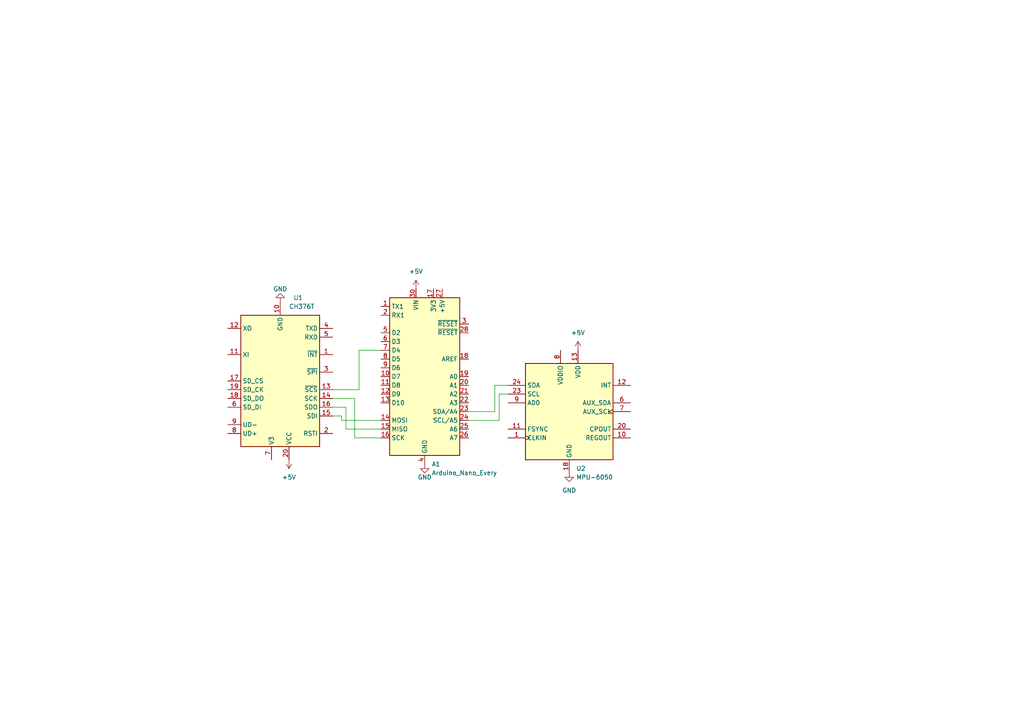
<source format=kicad_sch>
(kicad_sch (version 20211123) (generator eeschema)
  (paper "A4")
  (lib_symbols
    (symbol "Interface:CH376T"
      (property "Reference" "U" (at -11.43 20.32 0))
      (property "Value" "CH376T" (at 6.35 20.32 0))
      (symbol "CH376T_0_1"
        (rectangle (start -11.43 19.05) (end 11.43 -19.05) (stroke (width 0.254)) (fill (type background)))
      )
      (symbol "CH376T_1_1"
        (pin output line (at -15.24 -7.62 0) (length 3.81) (name "~{INT}") (number "1"))
        (pin power_in line (at 0 -22.86 90) (length 3.81) (name "GND") (number "10"))
        (pin input line (at 15.24 -7.62 180) (length 3.81) (name "XI") (number "11"))
        (pin output line (at 15.24 -15.24 180) (length 3.81) (name "XO") (number "12"))
        (pin input line (at -15.24 2.54 0) (length 3.81) (name "~{SCS}") (number "13"))
        (pin input line (at -15.24 5.08 0) (length 3.81) (name "SCK") (number "14"))
        (pin input line (at -15.24 10.16 0) (length 3.81) (name "SDI") (number "15"))
        (pin tri_state line (at -15.24 7.62 0) (length 3.81) (name "SDO") (number "16"))
        (pin open_collector line (at 15.24 0 180) (length 3.81) (name "SD_CS") (number "17"))
        (pin output line (at 15.24 5.08 180) (length 3.81) (name "SD_DO") (number "18"))
        (pin output line (at 15.24 2.54 180) (length 3.81) (name "SD_CK") (number "19"))
        (pin input line (at -15.24 15.24 0) (length 3.81) (name "RSTI") (number "2"))
        (pin power_in line (at -2.54 22.86 270) (length 3.81) (name "VCC") (number "20"))
        (pin input line (at -15.24 -2.54 0) (length 3.81) (name "~{SPI}") (number "3"))
        (pin bidirectional line (at -15.24 -15.24 0) (length 3.81) (name "TXD") (number "4"))
        (pin input line (at -15.24 -12.7 0) (length 3.81) (name "RXD") (number "5"))
        (pin input line (at 15.24 7.62 180) (length 3.81) (name "SD_DI") (number "6"))
        (pin passive line (at 2.54 22.86 270) (length 3.81) (name "V3") (number "7"))
        (pin bidirectional line (at 15.24 15.24 180) (length 3.81) (name "UD+") (number "8"))
        (pin bidirectional line (at 15.24 12.7 180) (length 3.81) (name "UD-") (number "9"))
      )
    )
    (symbol "MCU_Module:Arduino_Nano_Every"
      (property "Reference" "A" (at -10.16 23.495 0))
      (property "Value" "Arduino_Nano_Every" (at 5.08 -24.13 0))
      (symbol "Arduino_Nano_Every_0_1"
        (rectangle (start -10.16 22.86) (end 10.16 -22.86) (stroke (width 0.254)) (fill (type background)))
      )
      (symbol "Arduino_Nano_Every_1_1"
        (pin bidirectional line (at -12.7 20.32 0) (length 2.54) (name "TX1") (number "1"))
        (pin bidirectional line (at -12.7 0 0) (length 2.54) (name "D7") (number "10"))
        (pin bidirectional line (at -12.7 -2.54 0) (length 2.54) (name "D8") (number "11"))
        (pin bidirectional line (at -12.7 -5.08 0) (length 2.54) (name "D9") (number "12"))
        (pin bidirectional line (at -12.7 -7.62 0) (length 2.54) (name "D10") (number "13"))
        (pin bidirectional line (at -12.7 -12.7 0) (length 2.54) (name "MOSI") (number "14"))
        (pin bidirectional line (at -12.7 -15.24 0) (length 2.54) (name "MISO") (number "15"))
        (pin bidirectional line (at -12.7 -17.78 0) (length 2.54) (name "SCK") (number "16"))
        (pin power_out line (at 2.54 25.4 270) (length 2.54) (name "3V3") (number "17"))
        (pin input line (at 12.7 5.08 180) (length 2.54) (name "AREF") (number "18"))
        (pin bidirectional line (at 12.7 0 180) (length 2.54) (name "A0") (number "19"))
        (pin bidirectional line (at -12.7 17.78 0) (length 2.54) (name "RX1") (number "2"))
        (pin bidirectional line (at 12.7 -2.54 180) (length 2.54) (name "A1") (number "20"))
        (pin bidirectional line (at 12.7 -5.08 180) (length 2.54) (name "A2") (number "21"))
        (pin bidirectional line (at 12.7 -7.62 180) (length 2.54) (name "A3") (number "22"))
        (pin bidirectional line (at 12.7 -10.16 180) (length 2.54) (name "SDA/A4") (number "23"))
        (pin bidirectional line (at 12.7 -12.7 180) (length 2.54) (name "SCL/A5") (number "24"))
        (pin bidirectional line (at 12.7 -15.24 180) (length 2.54) (name "A6") (number "25"))
        (pin bidirectional line (at 12.7 -17.78 180) (length 2.54) (name "A7") (number "26"))
        (pin power_out line (at 5.08 25.4 270) (length 2.54) (name "+5V") (number "27"))
        (pin input line (at 12.7 12.7 180) (length 2.54) (name "~{RESET}") (number "28"))
        (pin passive line (at 0 -25.4 90) (length 2.54) hide (name "GND") (number "29"))
        (pin input line (at 12.7 15.24 180) (length 2.54) (name "~{RESET}") (number "3"))
        (pin power_in line (at -2.54 25.4 270) (length 2.54) (name "VIN") (number "30"))
        (pin power_in line (at 0 -25.4 90) (length 2.54) (name "GND") (number "4"))
        (pin bidirectional line (at -12.7 12.7 0) (length 2.54) (name "D2") (number "5"))
        (pin bidirectional line (at -12.7 10.16 0) (length 2.54) (name "D3") (number "6"))
        (pin bidirectional line (at -12.7 7.62 0) (length 2.54) (name "D4") (number "7"))
        (pin bidirectional line (at -12.7 5.08 0) (length 2.54) (name "D5") (number "8"))
        (pin bidirectional line (at -12.7 2.54 0) (length 2.54) (name "D6") (number "9"))
      )
    )
    (symbol "Sensor_Motion:MPU-6050"
      (property "Reference" "U" (at -11.43 13.97 0))
      (property "Value" "MPU-6050" (at 7.62 -15.24 0))
      (symbol "MPU-6050_0_0"
        (text "" (at 12.7 -2.54 0) (effects (font (size 1.27 1.27))))
      )
      (symbol "MPU-6050_0_1"
        (rectangle (start -12.7 13.97) (end 12.7 -13.97) (stroke (width 0.254)) (fill (type background)))
      )
      (symbol "MPU-6050_1_1"
        (pin input clock (at -17.78 -7.62 0) (length 5.08) (name "CLKIN") (number "1"))
        (pin passive line (at 17.78 -7.62 180) (length 5.08) (name "REGOUT") (number "10"))
        (pin input line (at -17.78 -5.08 0) (length 5.08) (name "FSYNC") (number "11"))
        (pin output line (at 17.78 7.62 180) (length 5.08) (name "INT") (number "12"))
        (pin power_in line (at 2.54 17.78 270) (length 3.81) (name "VDD") (number "13"))
        (pin no_connect line (at -12.7 -10.16 0) (length 2.54) hide (name "NC") (number "14"))
        (pin no_connect line (at 12.7 12.7 180) (length 2.54) hide (name "NC") (number "15"))
        (pin no_connect line (at 12.7 10.16 180) (length 2.54) hide (name "NC") (number "16"))
        (pin no_connect line (at 12.7 5.08 180) (length 2.54) hide (name "NC") (number "17"))
        (pin power_in line (at 0 -17.78 90) (length 3.81) (name "GND") (number "18"))
        (pin no_connect line (at 12.7 -10.16 180) (length 2.54) hide (name "NC") (number "19"))
        (pin no_connect line (at -12.7 12.7 0) (length 2.54) hide (name "NC") (number "2"))
        (pin passive line (at 17.78 -5.08 180) (length 5.08) (name "CPOUT") (number "20"))
        (pin no_connect line (at 12.7 -2.54 180) (length 2.54) hide (name "NC") (number "21"))
        (pin no_connect line (at 12.7 -12.7 180) (length 2.54) hide (name "NC") (number "22"))
        (pin input line (at -17.78 5.08 0) (length 5.08) (name "SCL") (number "23"))
        (pin bidirectional line (at -17.78 7.62 0) (length 5.08) (name "SDA") (number "24"))
        (pin no_connect line (at -12.7 10.16 0) (length 2.54) hide (name "NC") (number "3"))
        (pin no_connect line (at -12.7 0 0) (length 2.54) hide (name "NC") (number "4"))
        (pin no_connect line (at -12.7 -2.54 0) (length 2.54) hide (name "NC") (number "5"))
        (pin bidirectional line (at 17.78 2.54 180) (length 5.08) (name "AUX_SDA") (number "6"))
        (pin output clock (at 17.78 0 180) (length 5.08) (name "AUX_SCL") (number "7"))
        (pin power_in line (at -2.54 17.78 270) (length 3.81) (name "VDDIO") (number "8"))
        (pin input line (at -17.78 2.54 0) (length 5.08) (name "AD0") (number "9"))
      )
    )
    (symbol "power:+5V" (power) (pin_names (offset 0))
      (property "Value" "+5V" (at 0 3.556 0))
      (symbol "+5V_0_1"
        (polyline (pts (xy -0.762 1.27) (xy 0 2.54)))
        (polyline (pts (xy 0 0) (xy 0 2.54)))
        (polyline (pts (xy 0 2.54) (xy 0.762 1.27)))
      )
      (symbol "+5V_1_1"
        (pin power_in line (at 0 0 90) (length 0) hide (name "+5V") (number "1"))
      )
    )
    (symbol "power:GND" (power) (pin_names (offset 0))
      (property "Value" "GND" (at 0 -3.81 0))
      (symbol "GND_0_1"
        (polyline (pts (xy 0 0) (xy 0 -1.27) (xy 1.27 -1.27) (xy 0 -2.54) (xy -1.27 -1.27) (xy 0 -1.27)))
      )
      (symbol "GND_1_1"
        (pin power_in line (at 0 0 270) (length 0) hide (name "GND") (number "1"))
      )
    )
  )
  (wire (pts (xy 96.52 115.57) (xy 102.87 115.57)))
  (wire (pts (xy 102.87 127) (xy 110.49 127)))
  (wire (pts (xy 96.52 118.11) (xy 100.33 118.11)))
  (wire (pts (xy 104.14 101.6) (xy 104.14 113.03)))
  (wire (pts (xy 99.06 121.92) (xy 110.49 121.92)))
  (wire (pts (xy 144.78 114.3) (xy 144.78 121.92)))
  (wire (pts (xy 143.51 119.38) (xy 135.89 119.38)))
  (wire (pts (xy 100.33 118.11) (xy 100.33 124.46)))
  (wire (pts (xy 96.52 120.65) (xy 99.06 120.65)))
  (wire (pts (xy 143.51 111.76) (xy 143.51 119.38)))
  (wire (pts (xy 96.52 113.03) (xy 104.14 113.03)))
  (wire (pts (xy 135.89 121.92) (xy 144.78 121.92)))
  (wire (pts (xy 102.87 115.57) (xy 102.87 127)))
  (wire (pts (xy 99.06 120.65) (xy 99.06 121.92)))
  (wire (pts (xy 100.33 124.46) (xy 110.49 124.46)))
  (wire (pts (xy 104.14 101.6) (xy 110.49 101.6)))
  (wire (pts (xy 147.32 111.76) (xy 143.51 111.76)))
  (wire (pts (xy 147.32 114.3) (xy 144.78 114.3)))
  (symbol (lib_id "power:+5V") (at 83.82 133.35 180) (unit 1)
    (property "Reference" "#PWR0103" (effects hide))
    (property "Value" "+5V" (at 83.82 138.43 0))
  )
  (symbol (lib_id "power:GND") (at 123.19 134.62 0) (unit 1)
    (property "Reference" "#PWR0101" (effects hide))
    (property "Value" "GND" (at 123.19 138.43 0))
  )
  (symbol (lib_id "power:GND") (at 165.1 137.16 0) (unit 1)
    (property "Reference" "#PWR0105" (effects hide))
    (property "Value" "GND" (at 165.1 142.24 0))
  )
  (symbol (lib_id "power:+5V") (at 167.64 101.6 0) (unit 1)
    (property "Reference" "#PWR0104" (effects hide))
    (property "Value" "+5V" (at 167.64 96.52 0))
  )
  (symbol (lib_id "MCU_Module:Arduino_Nano_Every") (at 123.19 109.22 0) (unit 1)
    (property "Reference" "A1" (at 125.2094 134.62 0) (effects (justify left)))
    (property "Value" "Arduino_Nano_Every" (at 125.2094 137.16 0) (effects (justify left)))
    (property "Footprint" "Module:Arduino_Nano" (effects hide))
    (property "Datasheet" "https://content.arduino.cc/assets/NANOEveryV3.0_sch.pdf" (effects hide))
  )
  (symbol (lib_id "Sensor_Motion:MPU-6050") (at 165.1 119.38 0) (unit 1)
    (property "Reference" "U2" (at 167.1194 135.89 0) (effects (justify left)))
    (property "Value" "MPU-6050" (at 167.1194 138.43 0) (effects (justify left)))
    (property "Footprint" "Sensor_Motion:InvenSense_QFN-24_4x4mm_P0.5mm" (effects hide))
    (property "Datasheet" "https://store.invensense.com/datasheets/invensense/MPU-6050_DataSheet_V3%204.pdf" (effects hide))
  )
  (symbol (lib_id "power:+5V") (at 120.65 83.82 0) (unit 1)
    (property "Reference" "#PWR0102" (effects hide))
    (property "Value" "+5V" (at 120.65 78.74 0))
  )
  (symbol (lib_id "Interface:CH376T") (at 81.28 110.49 180) (unit 1)
    (property "Reference" "U1" (at 85.09 86.36 0) (effects (justify right)))
    (property "Value" "CH376T" (at 83.82 88.9 0) (effects (justify right)))
    (property "Footprint" "Package_SO:SSOP-20_5.3x7.2mm_P0.65mm" (effects hide))
    (property "Datasheet" "https://www.mpja.com/download/ch376ds1.pdf" (effects hide))
  )
  (symbol (lib_id "power:GND") (at 81.28 87.63 180) (unit 1)
    (property "Reference" "#PWR0106" (effects hide))
    (property "Value" "GND" (at 81.28 83.82 0))
  )
)
</source>
